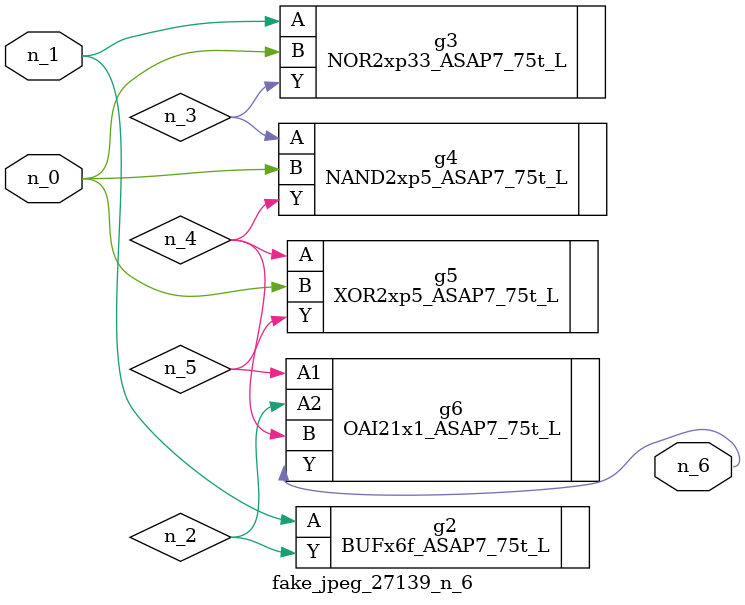
<source format=v>
module fake_jpeg_27139_n_6 (n_0, n_1, n_6);

input n_0;
input n_1;

output n_6;

wire n_3;
wire n_2;
wire n_4;
wire n_5;

BUFx6f_ASAP7_75t_L g2 ( 
.A(n_1),
.Y(n_2)
);

NOR2xp33_ASAP7_75t_L g3 ( 
.A(n_1),
.B(n_0),
.Y(n_3)
);

NAND2xp5_ASAP7_75t_L g4 ( 
.A(n_3),
.B(n_0),
.Y(n_4)
);

XOR2xp5_ASAP7_75t_L g5 ( 
.A(n_4),
.B(n_0),
.Y(n_5)
);

OAI21x1_ASAP7_75t_L g6 ( 
.A1(n_5),
.A2(n_2),
.B(n_4),
.Y(n_6)
);


endmodule
</source>
